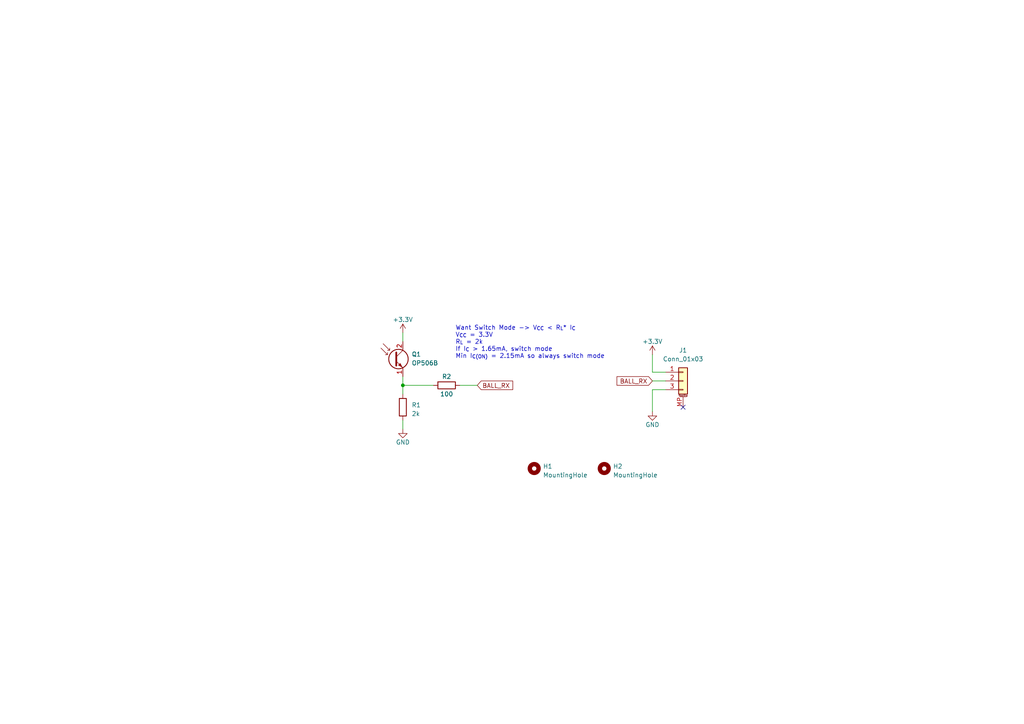
<source format=kicad_sch>
(kicad_sch (version 20231120) (generator "eeschema") (generator_version "8.0")
  (paper "A4")
  (title_block (title "Breakbeam Receiver") (date "2023-11-27") (rev "1.2 R0") (company "SSL A-Team") (comment 1 "Author: Joe Spall"))
  (lib_symbols
    (symbol "Connector_Generic_MountingPin:Conn_01x03_MountingPin" (pin_names (offset 1.016) hide)
      (property "Reference" "J" (at 0 5.08 0))
      (property "Value" "Conn_01x03_MountingPin" (at 1.27 -5.08 0))
      (symbol "Conn_01x03_MountingPin_1_1"
        (rectangle (start -1.27 -2.413) (end 0 -2.667) (stroke (width 0.1524)))
        (rectangle (start -1.27 0.127) (end 0 -0.127) (stroke (width 0.1524)))
        (rectangle (start -1.27 2.667) (end 0 2.413) (stroke (width 0.1524)))
        (rectangle (start -1.27 3.81) (end 1.27 -3.81) (stroke (width 0.254)) (fill (type background)))
        (polyline (pts (xy -1.016 -4.572) (xy 1.016 -4.572)) (stroke (width 0.1524)))
        (text "Mounting" (at 0 -4.191 0) (effects (font (size 0.381 0.381))))
        (pin passive line (at -5.08 2.54 0) (length 3.81) (name "Pin_1") (number "1"))
        (pin passive line (at -5.08 0 0) (length 3.81) (name "Pin_2") (number "2"))
        (pin passive line (at -5.08 -2.54 0) (length 3.81) (name "Pin_3") (number "3"))
        (pin passive line (at 0 -7.62 90) (length 3.048) (name "MountPin") (number "MP"))
      )
    )
    (symbol "Device:Q_Photo_NPN_EC" (pin_names (offset 0) hide)
      (property "Reference" "Q" (at 5.08 1.27 0))
      (property "Value" "Q_Photo_NPN_EC" (at 5.08 -1.27 0))
      (symbol "Q_Photo_NPN_EC_0_1"
        (polyline (pts (xy -1.905 1.27) (xy -2.54 1.27)))
        (polyline (pts (xy -1.27 2.54) (xy -1.905 2.54)))
        (polyline (pts (xy 0.635 0.635) (xy 2.54 2.54)))
        (polyline (pts (xy -3.81 3.175) (xy -1.905 1.27) (xy -1.905 1.905)))
        (polyline (pts (xy -3.175 4.445) (xy -1.27 2.54) (xy -1.27 3.175)))
        (polyline (pts (xy 0.635 -0.635) (xy 2.54 -2.54) (xy 2.54 -2.54)))
        (polyline (pts (xy 0.635 1.905) (xy 0.635 -1.905) (xy 0.635 -1.905)) (stroke (width 0.508)))
        (polyline (pts (xy 1.27 -1.778) (xy 1.778 -1.27) (xy 2.286 -2.286) (xy 1.27 -1.778) (xy 1.27 -1.778)) (fill (type outline)))
        (circle (center 1.27 0) (radius 2.8194) (stroke (width 0.254)))
      )
      (symbol "Q_Photo_NPN_EC_1_1"
        (pin passive line (at 2.54 -5.08 90) (length 2.54) (name "E") (number "1"))
        (pin passive line (at 2.54 5.08 270) (length 2.54) (name "C") (number "2"))
      )
    )
    (symbol "Device:R" (pin_numbers hide) (pin_names (offset 0))
      (property "Reference" "R" (at 2.032 0 90))
      (property "Value" "R" (at 0 0 90))
      (symbol "R_0_1"
        (rectangle (start -1.016 -2.54) (end 1.016 2.54) (stroke (width 0.254)))
      )
      (symbol "R_1_1"
        (pin passive line (at 0 3.81 270) (length 1.27) (name "~") (number "1"))
        (pin passive line (at 0 -3.81 90) (length 1.27) (name "~") (number "2"))
      )
    )
    (symbol "Mechanical:MountingHole" (pin_names (offset 1.016))
      (property "Reference" "H" (at 0 5.08 0))
      (property "Value" "MountingHole" (at 0 3.175 0))
      (symbol "MountingHole_0_1"
        (circle (center 0 0) (radius 1.27) (stroke (width 1.27)))
      )
    )
    (symbol "power:+3.3V" (power) (pin_names (offset 0))
      (property "Value" "+3.3V" (at 0 3.556 0))
      (symbol "+3.3V_0_1"
        (polyline (pts (xy -0.762 1.27) (xy 0 2.54)))
        (polyline (pts (xy 0 0) (xy 0 2.54)))
        (polyline (pts (xy 0 2.54) (xy 0.762 1.27)))
      )
      (symbol "+3.3V_1_1"
        (pin power_in line (at 0 0 90) (length 0) hide (name "+3.3V") (number "1"))
      )
    )
    (symbol "power:GND" (power) (pin_names (offset 0))
      (property "Value" "GND" (at 0 -3.81 0))
      (symbol "GND_0_1"
        (polyline (pts (xy 0 0) (xy 0 -1.27) (xy 1.27 -1.27) (xy 0 -2.54) (xy -1.27 -1.27) (xy 0 -1.27)))
      )
      (symbol "GND_1_1"
        (pin power_in line (at 0 0 270) (length 0) hide (name "GND") (number "1"))
      )
    )
  )
  (junction (at 116.84 111.76))
  (no_connect (at 198.12 118.11))
  (wire (pts (xy 189.23 113.03) (xy 189.23 119.38)))
  (wire (pts (xy 116.84 111.76) (xy 116.84 114.3)))
  (wire (pts (xy 116.84 121.92) (xy 116.84 124.46)))
  (wire (pts (xy 193.04 113.03) (xy 189.23 113.03)))
  (wire (pts (xy 189.23 107.95) (xy 193.04 107.95)))
  (wire (pts (xy 116.84 96.52) (xy 116.84 99.06)))
  (wire (pts (xy 116.84 109.22) (xy 116.84 111.76)))
  (wire (pts (xy 133.35 111.76) (xy 138.43 111.76)))
  (wire (pts (xy 189.23 110.49) (xy 193.04 110.49)))
  (wire (pts (xy 189.23 102.87) (xy 189.23 107.95)))
  (wire (pts (xy 116.84 111.76) (xy 125.73 111.76)))
  (text "Want Switch Mode -> V_{CC} < R_{L}* I_{C}\nV_{CC} = 3.3V\nR_{L} = 2k\nIf I_{C} > 1.65mA, switch mode\nMin I_{C(ON)} = 2.15mA so always switch mode\n" (at 132.08 104.14 0) (effects (font (size 1.27 1.27)) (justify left bottom)))
  (global_label "BALL_RX" (shape input) (at 189.23 110.49 180) (property "Intersheetrefs" "${INTERSHEET_REFS}" (effects (hide yes))))
  (global_label "BALL_RX" (shape input) (at 138.43 111.76 0) (property "Intersheetrefs" "${INTERSHEET_REFS}" (effects (hide yes))))
  (symbol (lib_id "Connector_Generic_MountingPin:Conn_01x03_MountingPin") (at 198.12 110.49 0) (unit 1)
    (property "Reference" "J1" (at 198.12 101.6 0))
    (property "Value" "Conn_01x03" (at 198.12 104.14 0))
    (property "Footprint" "Connector_JST:JST_GH_SM03B-GHS-TB_1x03-1MP_P1.25mm_Horizontal" (effects (hide yes)))
    (property "Description" "Generic connectable mounting pin connector, single row, 01x03, script generated (kicad-library-utils/schlib/autogen/connector/)" (effects (hide yes)))
    (property "LCSC" "C514175" (effects (hide yes)))
  )
  (symbol (lib_id "power:GND") (at 116.84 124.46 0) (unit 1)
    (property "Reference" "#PWR03" (effects (hide yes)))
    (property "Value" "GND" (at 116.84 128.27 0))
  )
  (symbol (lib_id "Device:R") (at 116.84 118.11 0) (unit 1)
    (property "Reference" "R1" (at 119.38 117.475 0) (effects (justify left)))
    (property "Value" "2k" (at 119.38 120.015 0) (effects (justify left)))
    (property "Footprint" "Resistor_SMD:R_0603_1608Metric" (effects (hide yes)))
    (property "LCSC" "C22975" (effects (hide yes)))
  )
  (symbol (lib_id "Mechanical:MountingHole") (at 154.94 135.89 0) (unit 1)
    (property "Reference" "H1" (at 157.48 135.255 0) (effects (justify left)))
    (property "Value" "MountingHole" (at 157.48 137.795 0) (effects (justify left)))
    (property "Footprint" "MountingHole:MountingHole_2.2mm_M2" (effects (hide yes)))
  )
  (symbol (lib_id "power:GND") (at 189.23 119.38 0) (unit 1)
    (property "Reference" "#PWR02" (effects (hide yes)))
    (property "Value" "GND" (at 189.23 123.19 0))
  )
  (symbol (lib_id "power:+3.3V") (at 116.84 96.52 0) (unit 1)
    (property "Reference" "#PWR04" (effects (hide yes)))
    (property "Value" "+3.3V" (at 116.84 92.71 0))
  )
  (symbol (lib_id "Device:Q_Photo_NPN_EC") (at 114.3 104.14 0) (unit 1)
    (property "Reference" "Q1" (at 119.38 102.7557 0) (effects (justify left)))
    (property "Value" "OP506B" (at 119.38 105.2957 0) (effects (justify left)))
    (property "Footprint" "LED_THT:LED_D3.0mm" (effects (hide yes)))
  )
  (symbol (lib_id "Mechanical:MountingHole") (at 175.26 135.89 0) (unit 1)
    (property "Reference" "H2" (at 177.8 135.255 0) (effects (justify left)))
    (property "Value" "MountingHole" (at 177.8 137.795 0) (effects (justify left)))
    (property "Footprint" "MountingHole:MountingHole_2.2mm_M2" (effects (hide yes)))
  )
  (symbol (lib_id "power:+3.3V") (at 189.23 102.87 0) (unit 1)
    (property "Reference" "#PWR01" (effects (hide yes)))
    (property "Value" "+3.3V" (at 189.23 99.06 0))
  )
  (symbol (lib_id "Device:R") (at 129.54 111.76 90) (unit 1)
    (property "Reference" "R2" (at 129.54 109.22 90))
    (property "Value" "100" (at 129.54 114.3 90))
    (property "Footprint" "Resistor_SMD:R_0603_1608Metric" (effects (hide yes)))
    (property "LCSC" "C22775" (effects (hide yes)))
  )
)
</source>
